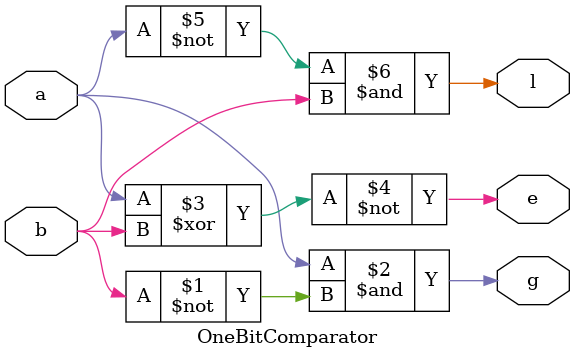
<source format=v>
`timescale 1ns / 1ps

module OneBitComparator(
    output g,
    output e,
    output l,
    input a,
    input b
    );

assign g = a & ~b;
assign e = ~(a ^ b);
assign l = ~a & b;

endmodule

</source>
